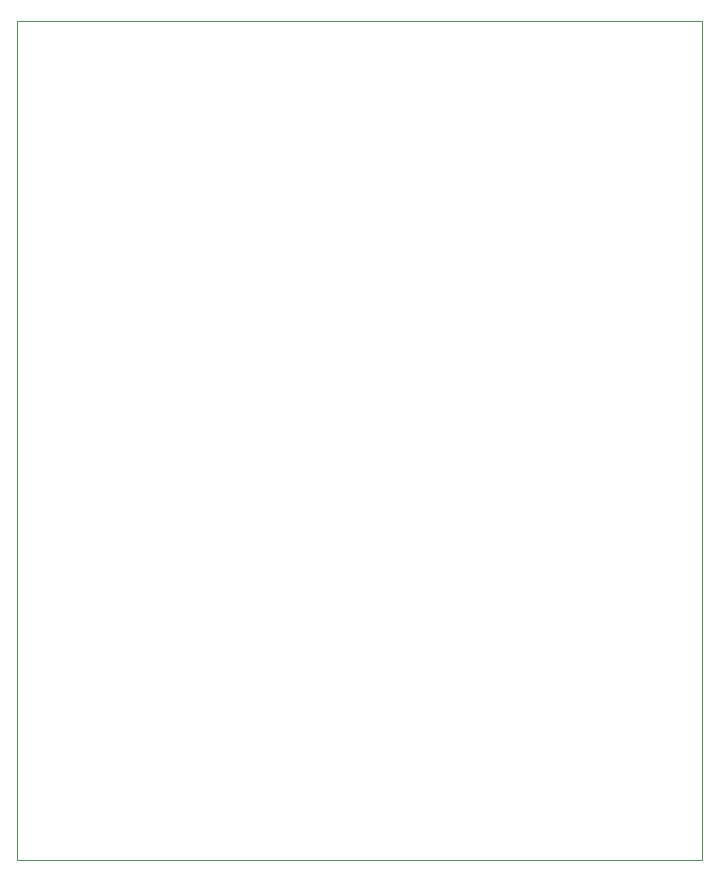
<source format=gm1>
G04 #@! TF.GenerationSoftware,KiCad,Pcbnew,9.0.0*
G04 #@! TF.CreationDate,2025-07-09T15:47:30-04:00*
G04 #@! TF.ProjectId,SMACAR MAIN BOARD,534d4143-4152-4204-9d41-494e20424f41,rev?*
G04 #@! TF.SameCoordinates,Original*
G04 #@! TF.FileFunction,Profile,NP*
%FSLAX46Y46*%
G04 Gerber Fmt 4.6, Leading zero omitted, Abs format (unit mm)*
G04 Created by KiCad (PCBNEW 9.0.0) date 2025-07-09 15:47:30*
%MOMM*%
%LPD*%
G01*
G04 APERTURE LIST*
G04 #@! TA.AperFunction,Profile*
%ADD10C,0.050000*%
G04 #@! TD*
G04 APERTURE END LIST*
D10*
X102500000Y-30500000D02*
X160500000Y-30500000D01*
X160500000Y-101500000D01*
X102500000Y-101500000D01*
X102500000Y-30500000D01*
M02*

</source>
